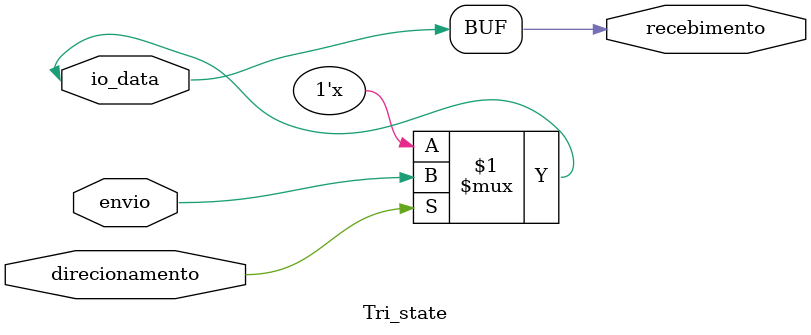
<source format=v>
module Tri_state (
	inout io_data,
	input direcionamento, 
	input envio,
	output recebimento 
); 

 
assign io_data = direcionamento ? envio : 1'bZ;
assign recebimento = io_data;


endmodule
</source>
